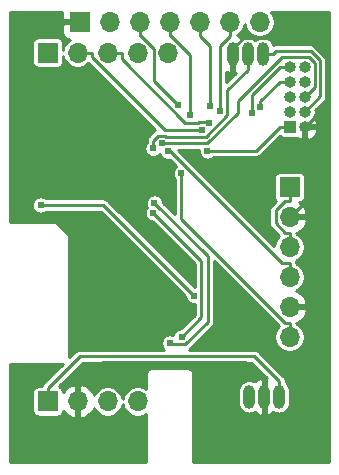
<source format=gbl>
G04 #@! TF.GenerationSoftware,KiCad,Pcbnew,(5.1.5-0-10_14)*
G04 #@! TF.CreationDate,2020-10-11T20:42:09+09:00*
G04 #@! TF.ProjectId,EnvMon,456e764d-6f6e-42e6-9b69-6361645f7063,2.0*
G04 #@! TF.SameCoordinates,Original*
G04 #@! TF.FileFunction,Copper,L2,Bot*
G04 #@! TF.FilePolarity,Positive*
%FSLAX46Y46*%
G04 Gerber Fmt 4.6, Leading zero omitted, Abs format (unit mm)*
G04 Created by KiCad (PCBNEW (5.1.5-0-10_14)) date 2020-10-11 20:42:09*
%MOMM*%
%LPD*%
G04 APERTURE LIST*
%ADD10O,1.700000X1.700000*%
%ADD11R,1.700000X1.700000*%
%ADD12O,1.000000X1.000000*%
%ADD13R,1.000000X1.000000*%
%ADD14O,1.000000X2.000000*%
%ADD15C,0.609600*%
%ADD16C,0.254000*%
G04 APERTURE END LIST*
D10*
X10160000Y-27940000D03*
X10160000Y-25400000D03*
X10160000Y-22860000D03*
X10160000Y-20320000D03*
X10160000Y-17780000D03*
D11*
X10160000Y-15240000D03*
D12*
X11430000Y-5080000D03*
X10160000Y-5080000D03*
X11430000Y-6350000D03*
X10160000Y-6350000D03*
X11430000Y-7620000D03*
X10160000Y-7620000D03*
X11430000Y-8890000D03*
X10160000Y-8890000D03*
X11430000Y-10160000D03*
D13*
X10160000Y-10160000D03*
D11*
X-7620000Y-1270000D03*
D10*
X2540000Y-1270000D03*
X5080000Y-1270000D03*
X7620000Y-1270000D03*
X-5080000Y-1270000D03*
X-2540000Y-1270000D03*
X0Y-1270000D03*
D14*
X9270000Y-33000000D03*
X8000000Y-33000000D03*
X6730000Y-33000000D03*
D10*
X-160000Y-3860000D03*
X-2700000Y-3860000D03*
X-5240000Y-3860000D03*
X-7780000Y-3860000D03*
D11*
X-10320000Y-3860000D03*
X-10320000Y-33400000D03*
D10*
X-7780000Y-33400000D03*
X-5240000Y-33400000D03*
X-2700000Y-33400000D03*
D14*
X5360000Y-4000000D03*
X6630000Y-4000000D03*
X7900000Y-4000000D03*
D15*
X4261800Y-8775600D03*
X3404000Y-8400000D03*
X1703200Y-9175800D03*
X746200Y-8329700D03*
X988100Y-14087300D03*
X-137400Y-12236600D03*
X2745300Y-10402000D03*
X3345000Y-9851700D03*
X6992700Y-9014900D03*
X7693600Y-8461100D03*
X-667300Y-11546800D03*
X3203800Y-12185700D03*
X-1389200Y-11976300D03*
X-10900000Y-16775000D03*
X2069100Y-24449600D03*
X-1276000Y-16615100D03*
X32400Y-28463700D03*
X-1365800Y-17445900D03*
X1036800Y-27944700D03*
D16*
X9270000Y-33000000D02*
X9270000Y-31669500D01*
X-10320000Y-32296000D02*
X-7589590Y-29565590D01*
X-10320000Y-33400000D02*
X-10320000Y-32296000D01*
X7166090Y-29565590D02*
X9270000Y-31669500D01*
X-7589590Y-29565590D02*
X7166090Y-29565590D01*
X11430000Y-10160000D02*
X13232300Y-8357700D01*
X13232300Y-8357700D02*
X13232300Y-4354400D01*
X13232300Y-4354400D02*
X11547300Y-2669400D01*
X11547300Y-2669400D02*
X6247200Y-2669400D01*
X6247200Y-2669400D02*
X5360000Y-3556600D01*
X5360000Y-3556600D02*
X5360000Y-4000000D01*
X10160000Y-17780000D02*
X11430000Y-16510000D01*
X11430000Y-16510000D02*
X11430000Y-10160000D01*
X8000000Y-33000000D02*
X8000000Y-31669500D01*
X-7780000Y-32197919D02*
X-5604881Y-30022800D01*
X-7780000Y-33400000D02*
X-7780000Y-32197919D01*
X6353300Y-30022800D02*
X8000000Y-31669500D01*
X-5604881Y-30022800D02*
X6353300Y-30022800D01*
X7900000Y-4000000D02*
X8730500Y-4000000D01*
X11430000Y-8890000D02*
X12746200Y-7573800D01*
X12746200Y-7573800D02*
X12746200Y-4527700D01*
X12746200Y-4527700D02*
X11946800Y-3728300D01*
X11946800Y-3728300D02*
X9002200Y-3728300D01*
X9002200Y-3728300D02*
X8730500Y-4000000D01*
X10160000Y-15240000D02*
X10160000Y-16420500D01*
X10160000Y-20320000D02*
X10160000Y-19139500D01*
X10160000Y-19139500D02*
X9791100Y-19139500D01*
X9791100Y-19139500D02*
X8979500Y-18327900D01*
X8979500Y-18327900D02*
X8979500Y-17232000D01*
X8979500Y-17232000D02*
X9791000Y-16420500D01*
X9791000Y-16420500D02*
X10160000Y-16420500D01*
X5080000Y-2450500D02*
X4261800Y-3268700D01*
X4261800Y-3268700D02*
X4261800Y-8775600D01*
X5080000Y-1270000D02*
X5080000Y-2450500D01*
X2540000Y-1270000D02*
X2540000Y-2450500D01*
X3404000Y-8400000D02*
X3404000Y-3314500D01*
X3404000Y-3314500D02*
X2540000Y-2450500D01*
X0Y-2450500D02*
X122300Y-2450500D01*
X122300Y-2450500D02*
X1703200Y-4031400D01*
X1703200Y-4031400D02*
X1703200Y-9175800D01*
X0Y-1270000D02*
X0Y-2450500D01*
X-2540000Y-2450500D02*
X-2417700Y-2450500D01*
X-2417700Y-2450500D02*
X-1340600Y-3527600D01*
X-1340600Y-3527600D02*
X-1340600Y-6242900D01*
X-1340600Y-6242900D02*
X746200Y-8329700D01*
X-2540000Y-1270000D02*
X-2540000Y-2450500D01*
X988100Y-14087300D02*
X988100Y-17954500D01*
X988100Y-17954500D02*
X9793100Y-26759500D01*
X9793100Y-26759500D02*
X10160000Y-26759500D01*
X10160000Y-27940000D02*
X10160000Y-26759500D01*
X10160000Y-21679500D02*
X9515200Y-21679500D01*
X9515200Y-21679500D02*
X72300Y-12236600D01*
X72300Y-12236600D02*
X-137400Y-12236600D01*
X10160000Y-22860000D02*
X10160000Y-21679500D01*
X-6599500Y-3860000D02*
X-6599500Y-4228900D01*
X-6599500Y-4228900D02*
X-426400Y-10402000D01*
X-426400Y-10402000D02*
X2745300Y-10402000D01*
X-7780000Y-3860000D02*
X-6599500Y-3860000D01*
X-4059500Y-3860000D02*
X-4059500Y-4450300D01*
X-4059500Y-4450300D02*
X1324500Y-9834300D01*
X1324500Y-9834300D02*
X2414700Y-9834300D01*
X2414700Y-9834300D02*
X2483500Y-9765500D01*
X2483500Y-9765500D02*
X3258800Y-9765500D01*
X3258800Y-9765500D02*
X3345000Y-9851700D01*
X-5240000Y-3860000D02*
X-4059500Y-3860000D01*
X9329500Y-5080000D02*
X6992700Y-7416800D01*
X6992700Y-7416800D02*
X6992700Y-9014900D01*
X10160000Y-5080000D02*
X9329500Y-5080000D01*
X9329500Y-6350000D02*
X7693600Y-7985900D01*
X7693600Y-7985900D02*
X7693600Y-8461100D01*
X10160000Y-6350000D02*
X9329500Y-6350000D01*
X-667300Y-11546800D02*
X3210600Y-11546800D01*
X3210600Y-11546800D02*
X5787300Y-8970100D01*
X5787300Y-8970100D02*
X5787300Y-7960200D01*
X5787300Y-7960200D02*
X9498700Y-4248800D01*
X9498700Y-4248800D02*
X11820200Y-4248800D01*
X11820200Y-4248800D02*
X12288600Y-4717200D01*
X12288600Y-4717200D02*
X12288600Y-6761400D01*
X12288600Y-6761400D02*
X11430000Y-7620000D01*
X9329500Y-10160000D02*
X7303800Y-12185700D01*
X7303800Y-12185700D02*
X3203800Y-12185700D01*
X10160000Y-10160000D02*
X9329500Y-10160000D01*
X6630000Y-5330500D02*
X4905400Y-7055100D01*
X4905400Y-7055100D02*
X4905400Y-9190100D01*
X4905400Y-9190100D02*
X3057400Y-11038100D01*
X3057400Y-11038100D02*
X-277500Y-11038100D01*
X-277500Y-11038100D02*
X-404100Y-10911500D01*
X-404100Y-10911500D02*
X-989200Y-10911500D01*
X-989200Y-10911500D02*
X-1389200Y-11311500D01*
X-1389200Y-11311500D02*
X-1389200Y-11976300D01*
X6630000Y-4000000D02*
X6630000Y-5330500D01*
X-10900000Y-16775000D02*
X-5605500Y-16775000D01*
X-5605500Y-16775000D02*
X2069100Y-24449600D01*
X32400Y-28463700D02*
X148700Y-28580000D01*
X148700Y-28580000D02*
X1300000Y-28580000D01*
X1300000Y-28580000D02*
X3216400Y-26663600D01*
X3216400Y-26663600D02*
X3216400Y-21107500D01*
X3216400Y-21107500D02*
X-1276000Y-16615100D01*
X1036800Y-27944700D02*
X2704500Y-26277000D01*
X2704500Y-26277000D02*
X2704500Y-21516200D01*
X2704500Y-21516200D02*
X-1365800Y-17445900D01*
G36*
X13543201Y-38543200D02*
G01*
X1956800Y-38543200D01*
X1956800Y-32454231D01*
X5798200Y-32454231D01*
X5798201Y-33545770D01*
X5811684Y-33682665D01*
X5864965Y-33858310D01*
X5951489Y-34020185D01*
X6067931Y-34162070D01*
X6209816Y-34278512D01*
X6371691Y-34365036D01*
X6547336Y-34418317D01*
X6730000Y-34436308D01*
X6912665Y-34418317D01*
X7088310Y-34365036D01*
X7198622Y-34306073D01*
X7287236Y-34392369D01*
X7475024Y-34514276D01*
X7698126Y-34594119D01*
X7873000Y-34467954D01*
X7873000Y-33127000D01*
X7853000Y-33127000D01*
X7853000Y-32873000D01*
X7873000Y-32873000D01*
X7873000Y-31532046D01*
X7698126Y-31405881D01*
X7475024Y-31485724D01*
X7287236Y-31607631D01*
X7198621Y-31693927D01*
X7088309Y-31634964D01*
X6912664Y-31581683D01*
X6730000Y-31563692D01*
X6547335Y-31581683D01*
X6371690Y-31634964D01*
X6209815Y-31721488D01*
X6067930Y-31837930D01*
X5951488Y-31979816D01*
X5864964Y-32141691D01*
X5811683Y-32317336D01*
X5798200Y-32454231D01*
X1956800Y-32454231D01*
X1956800Y-31022438D01*
X1959010Y-31000000D01*
X1950190Y-30910452D01*
X1924070Y-30824344D01*
X1881653Y-30744988D01*
X1824569Y-30675431D01*
X1755012Y-30618347D01*
X1675656Y-30575930D01*
X1589548Y-30549810D01*
X1522438Y-30543200D01*
X1500000Y-30540990D01*
X1477562Y-30543200D01*
X-1477562Y-30543200D01*
X-1500000Y-30540990D01*
X-1522438Y-30543200D01*
X-1589548Y-30549810D01*
X-1675656Y-30575930D01*
X-1755012Y-30618347D01*
X-1824569Y-30675431D01*
X-1881653Y-30744988D01*
X-1924070Y-30824344D01*
X-1950190Y-30910452D01*
X-1959010Y-31000000D01*
X-1956800Y-31022438D01*
X-1956800Y-32354983D01*
X-2092840Y-32264084D01*
X-2326113Y-32167459D01*
X-2573754Y-32118200D01*
X-2826246Y-32118200D01*
X-3073887Y-32167459D01*
X-3307160Y-32264084D01*
X-3517100Y-32404361D01*
X-3695639Y-32582900D01*
X-3835916Y-32792840D01*
X-3932541Y-33026113D01*
X-3970000Y-33214432D01*
X-4007459Y-33026113D01*
X-4104084Y-32792840D01*
X-4244361Y-32582900D01*
X-4422900Y-32404361D01*
X-4632840Y-32264084D01*
X-4866113Y-32167459D01*
X-5113754Y-32118200D01*
X-5366246Y-32118200D01*
X-5613887Y-32167459D01*
X-5847160Y-32264084D01*
X-6057100Y-32404361D01*
X-6235639Y-32582900D01*
X-6375916Y-32792840D01*
X-6403594Y-32859660D01*
X-6435843Y-32768748D01*
X-6584822Y-32518645D01*
X-6779731Y-32302412D01*
X-7013080Y-32128359D01*
X-7275901Y-32003175D01*
X-7423110Y-31958524D01*
X-7653000Y-32079845D01*
X-7653000Y-33273000D01*
X-7633000Y-33273000D01*
X-7633000Y-33527000D01*
X-7653000Y-33527000D01*
X-7653000Y-34720155D01*
X-7423110Y-34841476D01*
X-7275901Y-34796825D01*
X-7013080Y-34671641D01*
X-6779731Y-34497588D01*
X-6584822Y-34281355D01*
X-6435843Y-34031252D01*
X-6403594Y-33940340D01*
X-6375916Y-34007160D01*
X-6235639Y-34217100D01*
X-6057100Y-34395639D01*
X-5847160Y-34535916D01*
X-5613887Y-34632541D01*
X-5366246Y-34681800D01*
X-5113754Y-34681800D01*
X-4866113Y-34632541D01*
X-4632840Y-34535916D01*
X-4422900Y-34395639D01*
X-4244361Y-34217100D01*
X-4104084Y-34007160D01*
X-4007459Y-33773887D01*
X-3970000Y-33585568D01*
X-3932541Y-33773887D01*
X-3835916Y-34007160D01*
X-3695639Y-34217100D01*
X-3517100Y-34395639D01*
X-3307160Y-34535916D01*
X-3073887Y-34632541D01*
X-2826246Y-34681800D01*
X-2573754Y-34681800D01*
X-2326113Y-34632541D01*
X-2092840Y-34535916D01*
X-1956800Y-34445017D01*
X-1956799Y-38543200D01*
X-13543200Y-38543200D01*
X-13543200Y-30227000D01*
X-9041263Y-30227000D01*
X-10695724Y-31881462D01*
X-10717042Y-31898957D01*
X-10734537Y-31920275D01*
X-10786872Y-31984046D01*
X-10838761Y-32081123D01*
X-10849374Y-32116111D01*
X-11170000Y-32116111D01*
X-11254648Y-32124448D01*
X-11336042Y-32149139D01*
X-11411056Y-32189234D01*
X-11476806Y-32243194D01*
X-11530766Y-32308944D01*
X-11570861Y-32383958D01*
X-11595552Y-32465352D01*
X-11603889Y-32550000D01*
X-11603889Y-34250000D01*
X-11595552Y-34334648D01*
X-11570861Y-34416042D01*
X-11530766Y-34491056D01*
X-11476806Y-34556806D01*
X-11411056Y-34610766D01*
X-11336042Y-34650861D01*
X-11254648Y-34675552D01*
X-11170000Y-34683889D01*
X-9470000Y-34683889D01*
X-9385352Y-34675552D01*
X-9303958Y-34650861D01*
X-9228944Y-34610766D01*
X-9163194Y-34556806D01*
X-9109234Y-34491056D01*
X-9069139Y-34416042D01*
X-9044448Y-34334648D01*
X-9036111Y-34250000D01*
X-9036111Y-34179062D01*
X-8975178Y-34281355D01*
X-8780269Y-34497588D01*
X-8546920Y-34671641D01*
X-8284099Y-34796825D01*
X-8136890Y-34841476D01*
X-7907000Y-34720155D01*
X-7907000Y-33527000D01*
X-7927000Y-33527000D01*
X-7927000Y-33273000D01*
X-7907000Y-33273000D01*
X-7907000Y-32079845D01*
X-8136890Y-31958524D01*
X-8284099Y-32003175D01*
X-8546920Y-32128359D01*
X-8780269Y-32302412D01*
X-8975178Y-32518645D01*
X-9036111Y-32620938D01*
X-9036111Y-32550000D01*
X-9044448Y-32465352D01*
X-9069139Y-32383958D01*
X-9109234Y-32308944D01*
X-9163194Y-32243194D01*
X-9228944Y-32189234D01*
X-9303958Y-32149139D01*
X-9364509Y-32130771D01*
X-7358127Y-30124390D01*
X6934628Y-30124390D01*
X8252058Y-31441821D01*
X8127000Y-31532046D01*
X8127000Y-32873000D01*
X8147000Y-32873000D01*
X8147000Y-33127000D01*
X8127000Y-33127000D01*
X8127000Y-34467954D01*
X8301874Y-34594119D01*
X8524976Y-34514276D01*
X8712764Y-34392369D01*
X8801379Y-34306073D01*
X8911691Y-34365036D01*
X9087336Y-34418317D01*
X9270000Y-34436308D01*
X9452665Y-34418317D01*
X9628310Y-34365036D01*
X9790185Y-34278512D01*
X9932070Y-34162070D01*
X10048512Y-34020185D01*
X10135036Y-33858310D01*
X10188317Y-33682665D01*
X10201800Y-33545770D01*
X10201800Y-32454230D01*
X10188317Y-32317335D01*
X10135036Y-32141690D01*
X10048512Y-31979815D01*
X9932070Y-31837930D01*
X9828800Y-31753179D01*
X9828800Y-31696941D01*
X9831503Y-31669499D01*
X9828800Y-31642056D01*
X9820714Y-31559956D01*
X9788761Y-31454622D01*
X9736873Y-31357546D01*
X9667043Y-31272457D01*
X9645725Y-31254962D01*
X7580633Y-29189871D01*
X7563133Y-29168547D01*
X7478044Y-29098717D01*
X7380968Y-29046829D01*
X7275634Y-29014876D01*
X7193534Y-29006790D01*
X7193532Y-29006790D01*
X7166090Y-29004087D01*
X7138648Y-29006790D01*
X1660796Y-29006790D01*
X1697043Y-28977043D01*
X1714543Y-28955719D01*
X3592125Y-27078138D01*
X3613443Y-27060643D01*
X3642198Y-27025605D01*
X3683273Y-26975555D01*
X3735161Y-26878478D01*
X3760253Y-26795761D01*
X3767114Y-26773144D01*
X3775200Y-26691044D01*
X3775200Y-26691042D01*
X3777903Y-26663600D01*
X3775200Y-26636158D01*
X3775200Y-21531862D01*
X9265300Y-27021962D01*
X9164361Y-27122900D01*
X9024084Y-27332840D01*
X8927459Y-27566113D01*
X8878200Y-27813754D01*
X8878200Y-28066246D01*
X8927459Y-28313887D01*
X9024084Y-28547160D01*
X9164361Y-28757100D01*
X9342900Y-28935639D01*
X9552840Y-29075916D01*
X9786113Y-29172541D01*
X10033754Y-29221800D01*
X10286246Y-29221800D01*
X10533887Y-29172541D01*
X10767160Y-29075916D01*
X10977100Y-28935639D01*
X11155639Y-28757100D01*
X11295916Y-28547160D01*
X11392541Y-28313887D01*
X11441800Y-28066246D01*
X11441800Y-27813754D01*
X11392541Y-27566113D01*
X11295916Y-27332840D01*
X11155639Y-27122900D01*
X10977100Y-26944361D01*
X10767160Y-26804084D01*
X10719074Y-26784166D01*
X10720544Y-26769239D01*
X10791252Y-26744157D01*
X11041355Y-26595178D01*
X11257588Y-26400269D01*
X11431641Y-26166920D01*
X11556825Y-25904099D01*
X11601476Y-25756890D01*
X11480155Y-25527000D01*
X10287000Y-25527000D01*
X10287000Y-25547000D01*
X10033000Y-25547000D01*
X10033000Y-25527000D01*
X10013000Y-25527000D01*
X10013000Y-25273000D01*
X10033000Y-25273000D01*
X10033000Y-25253000D01*
X10287000Y-25253000D01*
X10287000Y-25273000D01*
X11480155Y-25273000D01*
X11601476Y-25043110D01*
X11556825Y-24895901D01*
X11431641Y-24633080D01*
X11257588Y-24399731D01*
X11041355Y-24204822D01*
X10791252Y-24055843D01*
X10700340Y-24023594D01*
X10767160Y-23995916D01*
X10977100Y-23855639D01*
X11155639Y-23677100D01*
X11295916Y-23467160D01*
X11392541Y-23233887D01*
X11441800Y-22986246D01*
X11441800Y-22733754D01*
X11392541Y-22486113D01*
X11295916Y-22252840D01*
X11155639Y-22042900D01*
X10977100Y-21864361D01*
X10767160Y-21724084D01*
X10719074Y-21704166D01*
X10721503Y-21679500D01*
X10710714Y-21569956D01*
X10686282Y-21489417D01*
X10767160Y-21455916D01*
X10977100Y-21315639D01*
X11155639Y-21137100D01*
X11295916Y-20927160D01*
X11392541Y-20693887D01*
X11441800Y-20446246D01*
X11441800Y-20193754D01*
X11392541Y-19946113D01*
X11295916Y-19712840D01*
X11155639Y-19502900D01*
X10977100Y-19324361D01*
X10767160Y-19184084D01*
X10719074Y-19164166D01*
X10720544Y-19149239D01*
X10791252Y-19124157D01*
X11041355Y-18975178D01*
X11257588Y-18780269D01*
X11431641Y-18546920D01*
X11556825Y-18284099D01*
X11601476Y-18136890D01*
X11480155Y-17907000D01*
X10287000Y-17907000D01*
X10287000Y-17927000D01*
X10033000Y-17927000D01*
X10033000Y-17907000D01*
X10013000Y-17907000D01*
X10013000Y-17653000D01*
X10033000Y-17653000D01*
X10033000Y-17633000D01*
X10287000Y-17633000D01*
X10287000Y-17653000D01*
X11480155Y-17653000D01*
X11601476Y-17423110D01*
X11556825Y-17275901D01*
X11431641Y-17013080D01*
X11257588Y-16779731D01*
X11041355Y-16584822D01*
X10939062Y-16523889D01*
X11010000Y-16523889D01*
X11094648Y-16515552D01*
X11176042Y-16490861D01*
X11251056Y-16450766D01*
X11316806Y-16396806D01*
X11370766Y-16331056D01*
X11410861Y-16256042D01*
X11435552Y-16174648D01*
X11443889Y-16090000D01*
X11443889Y-14390000D01*
X11435552Y-14305352D01*
X11410861Y-14223958D01*
X11370766Y-14148944D01*
X11316806Y-14083194D01*
X11251056Y-14029234D01*
X11176042Y-13989139D01*
X11094648Y-13964448D01*
X11010000Y-13956111D01*
X9310000Y-13956111D01*
X9225352Y-13964448D01*
X9143958Y-13989139D01*
X9068944Y-14029234D01*
X9003194Y-14083194D01*
X8949234Y-14148944D01*
X8909139Y-14223958D01*
X8884448Y-14305352D01*
X8876111Y-14390000D01*
X8876111Y-16090000D01*
X8884448Y-16174648D01*
X8909139Y-16256042D01*
X8949234Y-16331056D01*
X9003194Y-16396806D01*
X9014859Y-16406379D01*
X8603776Y-16817462D01*
X8582458Y-16834957D01*
X8564963Y-16856275D01*
X8512628Y-16920046D01*
X8460739Y-17017123D01*
X8428787Y-17122456D01*
X8417997Y-17232000D01*
X8420701Y-17259452D01*
X8420700Y-18300458D01*
X8417997Y-18327900D01*
X8420700Y-18355342D01*
X8420700Y-18355343D01*
X8428786Y-18437443D01*
X8460739Y-18542777D01*
X8512627Y-18639854D01*
X8582457Y-18724943D01*
X8603781Y-18742443D01*
X9264299Y-19402962D01*
X9164361Y-19502900D01*
X9024084Y-19712840D01*
X8927459Y-19946113D01*
X8878200Y-20193754D01*
X8878200Y-20252238D01*
X731562Y-12105600D01*
X2468702Y-12105600D01*
X2467200Y-12113151D01*
X2467200Y-12258249D01*
X2495507Y-12400558D01*
X2551034Y-12534611D01*
X2631645Y-12655255D01*
X2734245Y-12757855D01*
X2854889Y-12838466D01*
X2988942Y-12893993D01*
X3131251Y-12922300D01*
X3276349Y-12922300D01*
X3418658Y-12893993D01*
X3552711Y-12838466D01*
X3673355Y-12757855D01*
X3686710Y-12744500D01*
X7276358Y-12744500D01*
X7303800Y-12747203D01*
X7331242Y-12744500D01*
X7331244Y-12744500D01*
X7413344Y-12736414D01*
X7518678Y-12704461D01*
X7615754Y-12652573D01*
X7700843Y-12582743D01*
X7718343Y-12561419D01*
X9335056Y-10944706D01*
X9353194Y-10966806D01*
X9418944Y-11020766D01*
X9493958Y-11060861D01*
X9575352Y-11085552D01*
X9660000Y-11093889D01*
X10660000Y-11093889D01*
X10744648Y-11085552D01*
X10768689Y-11078259D01*
X10920471Y-11174210D01*
X11128124Y-11254126D01*
X11303000Y-11129129D01*
X11303000Y-10287000D01*
X11557000Y-10287000D01*
X11557000Y-11129129D01*
X11731876Y-11254126D01*
X11939529Y-11174210D01*
X12127601Y-11055318D01*
X12288865Y-10902020D01*
X12417123Y-10720206D01*
X12507446Y-10516864D01*
X12524119Y-10461874D01*
X12397954Y-10287000D01*
X11557000Y-10287000D01*
X11303000Y-10287000D01*
X11283000Y-10287000D01*
X11283000Y-10033000D01*
X11303000Y-10033000D01*
X11303000Y-10013000D01*
X11557000Y-10013000D01*
X11557000Y-10033000D01*
X12397954Y-10033000D01*
X12524119Y-9858126D01*
X12507446Y-9803136D01*
X12417123Y-9599794D01*
X12288865Y-9417980D01*
X12233224Y-9365087D01*
X12255751Y-9331373D01*
X12325992Y-9161796D01*
X12361800Y-8981774D01*
X12361800Y-8798226D01*
X12353544Y-8756719D01*
X13121925Y-7988338D01*
X13143243Y-7970843D01*
X13213073Y-7885754D01*
X13264961Y-7788678D01*
X13296914Y-7683344D01*
X13305000Y-7601244D01*
X13305000Y-7601242D01*
X13307703Y-7573800D01*
X13305000Y-7546358D01*
X13305000Y-4555141D01*
X13307703Y-4527699D01*
X13305000Y-4500256D01*
X13296914Y-4418156D01*
X13264961Y-4312822D01*
X13213073Y-4215746D01*
X13143243Y-4130657D01*
X13121919Y-4113157D01*
X12361343Y-3352581D01*
X12343843Y-3331257D01*
X12258754Y-3261427D01*
X12161678Y-3209539D01*
X12056344Y-3177586D01*
X11974244Y-3169500D01*
X11974242Y-3169500D01*
X11946800Y-3166797D01*
X11919358Y-3169500D01*
X9029642Y-3169500D01*
X9002200Y-3166797D01*
X8974758Y-3169500D01*
X8974756Y-3169500D01*
X8892656Y-3177586D01*
X8787322Y-3209539D01*
X8785855Y-3210323D01*
X8765036Y-3141690D01*
X8678512Y-2979815D01*
X8562070Y-2837930D01*
X8420185Y-2721488D01*
X8258310Y-2634964D01*
X8082665Y-2581683D01*
X7900000Y-2563692D01*
X7717336Y-2581683D01*
X7541691Y-2634964D01*
X7379816Y-2721488D01*
X7265001Y-2815715D01*
X7150185Y-2721488D01*
X6988310Y-2634964D01*
X6812665Y-2581683D01*
X6630000Y-2563692D01*
X6447336Y-2581683D01*
X6271691Y-2634964D01*
X6161379Y-2693927D01*
X6072764Y-2607631D01*
X5884976Y-2485724D01*
X5675485Y-2410752D01*
X5687160Y-2405916D01*
X5897100Y-2265639D01*
X6075639Y-2087100D01*
X6215916Y-1877160D01*
X6312541Y-1643887D01*
X6350000Y-1455568D01*
X6387459Y-1643887D01*
X6484084Y-1877160D01*
X6624361Y-2087100D01*
X6802900Y-2265639D01*
X7012840Y-2405916D01*
X7246113Y-2502541D01*
X7493754Y-2551800D01*
X7746246Y-2551800D01*
X7993887Y-2502541D01*
X8227160Y-2405916D01*
X8437100Y-2265639D01*
X8615639Y-2087100D01*
X8755916Y-1877160D01*
X8852541Y-1643887D01*
X8901800Y-1396246D01*
X8901800Y-1143754D01*
X8852541Y-896113D01*
X8755916Y-662840D01*
X8618245Y-456800D01*
X13543200Y-456800D01*
X13543201Y-38543200D01*
G37*
X13543201Y-38543200D02*
X1956800Y-38543200D01*
X1956800Y-32454231D01*
X5798200Y-32454231D01*
X5798201Y-33545770D01*
X5811684Y-33682665D01*
X5864965Y-33858310D01*
X5951489Y-34020185D01*
X6067931Y-34162070D01*
X6209816Y-34278512D01*
X6371691Y-34365036D01*
X6547336Y-34418317D01*
X6730000Y-34436308D01*
X6912665Y-34418317D01*
X7088310Y-34365036D01*
X7198622Y-34306073D01*
X7287236Y-34392369D01*
X7475024Y-34514276D01*
X7698126Y-34594119D01*
X7873000Y-34467954D01*
X7873000Y-33127000D01*
X7853000Y-33127000D01*
X7853000Y-32873000D01*
X7873000Y-32873000D01*
X7873000Y-31532046D01*
X7698126Y-31405881D01*
X7475024Y-31485724D01*
X7287236Y-31607631D01*
X7198621Y-31693927D01*
X7088309Y-31634964D01*
X6912664Y-31581683D01*
X6730000Y-31563692D01*
X6547335Y-31581683D01*
X6371690Y-31634964D01*
X6209815Y-31721488D01*
X6067930Y-31837930D01*
X5951488Y-31979816D01*
X5864964Y-32141691D01*
X5811683Y-32317336D01*
X5798200Y-32454231D01*
X1956800Y-32454231D01*
X1956800Y-31022438D01*
X1959010Y-31000000D01*
X1950190Y-30910452D01*
X1924070Y-30824344D01*
X1881653Y-30744988D01*
X1824569Y-30675431D01*
X1755012Y-30618347D01*
X1675656Y-30575930D01*
X1589548Y-30549810D01*
X1522438Y-30543200D01*
X1500000Y-30540990D01*
X1477562Y-30543200D01*
X-1477562Y-30543200D01*
X-1500000Y-30540990D01*
X-1522438Y-30543200D01*
X-1589548Y-30549810D01*
X-1675656Y-30575930D01*
X-1755012Y-30618347D01*
X-1824569Y-30675431D01*
X-1881653Y-30744988D01*
X-1924070Y-30824344D01*
X-1950190Y-30910452D01*
X-1959010Y-31000000D01*
X-1956800Y-31022438D01*
X-1956800Y-32354983D01*
X-2092840Y-32264084D01*
X-2326113Y-32167459D01*
X-2573754Y-32118200D01*
X-2826246Y-32118200D01*
X-3073887Y-32167459D01*
X-3307160Y-32264084D01*
X-3517100Y-32404361D01*
X-3695639Y-32582900D01*
X-3835916Y-32792840D01*
X-3932541Y-33026113D01*
X-3970000Y-33214432D01*
X-4007459Y-33026113D01*
X-4104084Y-32792840D01*
X-4244361Y-32582900D01*
X-4422900Y-32404361D01*
X-4632840Y-32264084D01*
X-4866113Y-32167459D01*
X-5113754Y-32118200D01*
X-5366246Y-32118200D01*
X-5613887Y-32167459D01*
X-5847160Y-32264084D01*
X-6057100Y-32404361D01*
X-6235639Y-32582900D01*
X-6375916Y-32792840D01*
X-6403594Y-32859660D01*
X-6435843Y-32768748D01*
X-6584822Y-32518645D01*
X-6779731Y-32302412D01*
X-7013080Y-32128359D01*
X-7275901Y-32003175D01*
X-7423110Y-31958524D01*
X-7653000Y-32079845D01*
X-7653000Y-33273000D01*
X-7633000Y-33273000D01*
X-7633000Y-33527000D01*
X-7653000Y-33527000D01*
X-7653000Y-34720155D01*
X-7423110Y-34841476D01*
X-7275901Y-34796825D01*
X-7013080Y-34671641D01*
X-6779731Y-34497588D01*
X-6584822Y-34281355D01*
X-6435843Y-34031252D01*
X-6403594Y-33940340D01*
X-6375916Y-34007160D01*
X-6235639Y-34217100D01*
X-6057100Y-34395639D01*
X-5847160Y-34535916D01*
X-5613887Y-34632541D01*
X-5366246Y-34681800D01*
X-5113754Y-34681800D01*
X-4866113Y-34632541D01*
X-4632840Y-34535916D01*
X-4422900Y-34395639D01*
X-4244361Y-34217100D01*
X-4104084Y-34007160D01*
X-4007459Y-33773887D01*
X-3970000Y-33585568D01*
X-3932541Y-33773887D01*
X-3835916Y-34007160D01*
X-3695639Y-34217100D01*
X-3517100Y-34395639D01*
X-3307160Y-34535916D01*
X-3073887Y-34632541D01*
X-2826246Y-34681800D01*
X-2573754Y-34681800D01*
X-2326113Y-34632541D01*
X-2092840Y-34535916D01*
X-1956800Y-34445017D01*
X-1956799Y-38543200D01*
X-13543200Y-38543200D01*
X-13543200Y-30227000D01*
X-9041263Y-30227000D01*
X-10695724Y-31881462D01*
X-10717042Y-31898957D01*
X-10734537Y-31920275D01*
X-10786872Y-31984046D01*
X-10838761Y-32081123D01*
X-10849374Y-32116111D01*
X-11170000Y-32116111D01*
X-11254648Y-32124448D01*
X-11336042Y-32149139D01*
X-11411056Y-32189234D01*
X-11476806Y-32243194D01*
X-11530766Y-32308944D01*
X-11570861Y-32383958D01*
X-11595552Y-32465352D01*
X-11603889Y-32550000D01*
X-11603889Y-34250000D01*
X-11595552Y-34334648D01*
X-11570861Y-34416042D01*
X-11530766Y-34491056D01*
X-11476806Y-34556806D01*
X-11411056Y-34610766D01*
X-11336042Y-34650861D01*
X-11254648Y-34675552D01*
X-11170000Y-34683889D01*
X-9470000Y-34683889D01*
X-9385352Y-34675552D01*
X-9303958Y-34650861D01*
X-9228944Y-34610766D01*
X-9163194Y-34556806D01*
X-9109234Y-34491056D01*
X-9069139Y-34416042D01*
X-9044448Y-34334648D01*
X-9036111Y-34250000D01*
X-9036111Y-34179062D01*
X-8975178Y-34281355D01*
X-8780269Y-34497588D01*
X-8546920Y-34671641D01*
X-8284099Y-34796825D01*
X-8136890Y-34841476D01*
X-7907000Y-34720155D01*
X-7907000Y-33527000D01*
X-7927000Y-33527000D01*
X-7927000Y-33273000D01*
X-7907000Y-33273000D01*
X-7907000Y-32079845D01*
X-8136890Y-31958524D01*
X-8284099Y-32003175D01*
X-8546920Y-32128359D01*
X-8780269Y-32302412D01*
X-8975178Y-32518645D01*
X-9036111Y-32620938D01*
X-9036111Y-32550000D01*
X-9044448Y-32465352D01*
X-9069139Y-32383958D01*
X-9109234Y-32308944D01*
X-9163194Y-32243194D01*
X-9228944Y-32189234D01*
X-9303958Y-32149139D01*
X-9364509Y-32130771D01*
X-7358127Y-30124390D01*
X6934628Y-30124390D01*
X8252058Y-31441821D01*
X8127000Y-31532046D01*
X8127000Y-32873000D01*
X8147000Y-32873000D01*
X8147000Y-33127000D01*
X8127000Y-33127000D01*
X8127000Y-34467954D01*
X8301874Y-34594119D01*
X8524976Y-34514276D01*
X8712764Y-34392369D01*
X8801379Y-34306073D01*
X8911691Y-34365036D01*
X9087336Y-34418317D01*
X9270000Y-34436308D01*
X9452665Y-34418317D01*
X9628310Y-34365036D01*
X9790185Y-34278512D01*
X9932070Y-34162070D01*
X10048512Y-34020185D01*
X10135036Y-33858310D01*
X10188317Y-33682665D01*
X10201800Y-33545770D01*
X10201800Y-32454230D01*
X10188317Y-32317335D01*
X10135036Y-32141690D01*
X10048512Y-31979815D01*
X9932070Y-31837930D01*
X9828800Y-31753179D01*
X9828800Y-31696941D01*
X9831503Y-31669499D01*
X9828800Y-31642056D01*
X9820714Y-31559956D01*
X9788761Y-31454622D01*
X9736873Y-31357546D01*
X9667043Y-31272457D01*
X9645725Y-31254962D01*
X7580633Y-29189871D01*
X7563133Y-29168547D01*
X7478044Y-29098717D01*
X7380968Y-29046829D01*
X7275634Y-29014876D01*
X7193534Y-29006790D01*
X7193532Y-29006790D01*
X7166090Y-29004087D01*
X7138648Y-29006790D01*
X1660796Y-29006790D01*
X1697043Y-28977043D01*
X1714543Y-28955719D01*
X3592125Y-27078138D01*
X3613443Y-27060643D01*
X3642198Y-27025605D01*
X3683273Y-26975555D01*
X3735161Y-26878478D01*
X3760253Y-26795761D01*
X3767114Y-26773144D01*
X3775200Y-26691044D01*
X3775200Y-26691042D01*
X3777903Y-26663600D01*
X3775200Y-26636158D01*
X3775200Y-21531862D01*
X9265300Y-27021962D01*
X9164361Y-27122900D01*
X9024084Y-27332840D01*
X8927459Y-27566113D01*
X8878200Y-27813754D01*
X8878200Y-28066246D01*
X8927459Y-28313887D01*
X9024084Y-28547160D01*
X9164361Y-28757100D01*
X9342900Y-28935639D01*
X9552840Y-29075916D01*
X9786113Y-29172541D01*
X10033754Y-29221800D01*
X10286246Y-29221800D01*
X10533887Y-29172541D01*
X10767160Y-29075916D01*
X10977100Y-28935639D01*
X11155639Y-28757100D01*
X11295916Y-28547160D01*
X11392541Y-28313887D01*
X11441800Y-28066246D01*
X11441800Y-27813754D01*
X11392541Y-27566113D01*
X11295916Y-27332840D01*
X11155639Y-27122900D01*
X10977100Y-26944361D01*
X10767160Y-26804084D01*
X10719074Y-26784166D01*
X10720544Y-26769239D01*
X10791252Y-26744157D01*
X11041355Y-26595178D01*
X11257588Y-26400269D01*
X11431641Y-26166920D01*
X11556825Y-25904099D01*
X11601476Y-25756890D01*
X11480155Y-25527000D01*
X10287000Y-25527000D01*
X10287000Y-25547000D01*
X10033000Y-25547000D01*
X10033000Y-25527000D01*
X10013000Y-25527000D01*
X10013000Y-25273000D01*
X10033000Y-25273000D01*
X10033000Y-25253000D01*
X10287000Y-25253000D01*
X10287000Y-25273000D01*
X11480155Y-25273000D01*
X11601476Y-25043110D01*
X11556825Y-24895901D01*
X11431641Y-24633080D01*
X11257588Y-24399731D01*
X11041355Y-24204822D01*
X10791252Y-24055843D01*
X10700340Y-24023594D01*
X10767160Y-23995916D01*
X10977100Y-23855639D01*
X11155639Y-23677100D01*
X11295916Y-23467160D01*
X11392541Y-23233887D01*
X11441800Y-22986246D01*
X11441800Y-22733754D01*
X11392541Y-22486113D01*
X11295916Y-22252840D01*
X11155639Y-22042900D01*
X10977100Y-21864361D01*
X10767160Y-21724084D01*
X10719074Y-21704166D01*
X10721503Y-21679500D01*
X10710714Y-21569956D01*
X10686282Y-21489417D01*
X10767160Y-21455916D01*
X10977100Y-21315639D01*
X11155639Y-21137100D01*
X11295916Y-20927160D01*
X11392541Y-20693887D01*
X11441800Y-20446246D01*
X11441800Y-20193754D01*
X11392541Y-19946113D01*
X11295916Y-19712840D01*
X11155639Y-19502900D01*
X10977100Y-19324361D01*
X10767160Y-19184084D01*
X10719074Y-19164166D01*
X10720544Y-19149239D01*
X10791252Y-19124157D01*
X11041355Y-18975178D01*
X11257588Y-18780269D01*
X11431641Y-18546920D01*
X11556825Y-18284099D01*
X11601476Y-18136890D01*
X11480155Y-17907000D01*
X10287000Y-17907000D01*
X10287000Y-17927000D01*
X10033000Y-17927000D01*
X10033000Y-17907000D01*
X10013000Y-17907000D01*
X10013000Y-17653000D01*
X10033000Y-17653000D01*
X10033000Y-17633000D01*
X10287000Y-17633000D01*
X10287000Y-17653000D01*
X11480155Y-17653000D01*
X11601476Y-17423110D01*
X11556825Y-17275901D01*
X11431641Y-17013080D01*
X11257588Y-16779731D01*
X11041355Y-16584822D01*
X10939062Y-16523889D01*
X11010000Y-16523889D01*
X11094648Y-16515552D01*
X11176042Y-16490861D01*
X11251056Y-16450766D01*
X11316806Y-16396806D01*
X11370766Y-16331056D01*
X11410861Y-16256042D01*
X11435552Y-16174648D01*
X11443889Y-16090000D01*
X11443889Y-14390000D01*
X11435552Y-14305352D01*
X11410861Y-14223958D01*
X11370766Y-14148944D01*
X11316806Y-14083194D01*
X11251056Y-14029234D01*
X11176042Y-13989139D01*
X11094648Y-13964448D01*
X11010000Y-13956111D01*
X9310000Y-13956111D01*
X9225352Y-13964448D01*
X9143958Y-13989139D01*
X9068944Y-14029234D01*
X9003194Y-14083194D01*
X8949234Y-14148944D01*
X8909139Y-14223958D01*
X8884448Y-14305352D01*
X8876111Y-14390000D01*
X8876111Y-16090000D01*
X8884448Y-16174648D01*
X8909139Y-16256042D01*
X8949234Y-16331056D01*
X9003194Y-16396806D01*
X9014859Y-16406379D01*
X8603776Y-16817462D01*
X8582458Y-16834957D01*
X8564963Y-16856275D01*
X8512628Y-16920046D01*
X8460739Y-17017123D01*
X8428787Y-17122456D01*
X8417997Y-17232000D01*
X8420701Y-17259452D01*
X8420700Y-18300458D01*
X8417997Y-18327900D01*
X8420700Y-18355342D01*
X8420700Y-18355343D01*
X8428786Y-18437443D01*
X8460739Y-18542777D01*
X8512627Y-18639854D01*
X8582457Y-18724943D01*
X8603781Y-18742443D01*
X9264299Y-19402962D01*
X9164361Y-19502900D01*
X9024084Y-19712840D01*
X8927459Y-19946113D01*
X8878200Y-20193754D01*
X8878200Y-20252238D01*
X731562Y-12105600D01*
X2468702Y-12105600D01*
X2467200Y-12113151D01*
X2467200Y-12258249D01*
X2495507Y-12400558D01*
X2551034Y-12534611D01*
X2631645Y-12655255D01*
X2734245Y-12757855D01*
X2854889Y-12838466D01*
X2988942Y-12893993D01*
X3131251Y-12922300D01*
X3276349Y-12922300D01*
X3418658Y-12893993D01*
X3552711Y-12838466D01*
X3673355Y-12757855D01*
X3686710Y-12744500D01*
X7276358Y-12744500D01*
X7303800Y-12747203D01*
X7331242Y-12744500D01*
X7331244Y-12744500D01*
X7413344Y-12736414D01*
X7518678Y-12704461D01*
X7615754Y-12652573D01*
X7700843Y-12582743D01*
X7718343Y-12561419D01*
X9335056Y-10944706D01*
X9353194Y-10966806D01*
X9418944Y-11020766D01*
X9493958Y-11060861D01*
X9575352Y-11085552D01*
X9660000Y-11093889D01*
X10660000Y-11093889D01*
X10744648Y-11085552D01*
X10768689Y-11078259D01*
X10920471Y-11174210D01*
X11128124Y-11254126D01*
X11303000Y-11129129D01*
X11303000Y-10287000D01*
X11557000Y-10287000D01*
X11557000Y-11129129D01*
X11731876Y-11254126D01*
X11939529Y-11174210D01*
X12127601Y-11055318D01*
X12288865Y-10902020D01*
X12417123Y-10720206D01*
X12507446Y-10516864D01*
X12524119Y-10461874D01*
X12397954Y-10287000D01*
X11557000Y-10287000D01*
X11303000Y-10287000D01*
X11283000Y-10287000D01*
X11283000Y-10033000D01*
X11303000Y-10033000D01*
X11303000Y-10013000D01*
X11557000Y-10013000D01*
X11557000Y-10033000D01*
X12397954Y-10033000D01*
X12524119Y-9858126D01*
X12507446Y-9803136D01*
X12417123Y-9599794D01*
X12288865Y-9417980D01*
X12233224Y-9365087D01*
X12255751Y-9331373D01*
X12325992Y-9161796D01*
X12361800Y-8981774D01*
X12361800Y-8798226D01*
X12353544Y-8756719D01*
X13121925Y-7988338D01*
X13143243Y-7970843D01*
X13213073Y-7885754D01*
X13264961Y-7788678D01*
X13296914Y-7683344D01*
X13305000Y-7601244D01*
X13305000Y-7601242D01*
X13307703Y-7573800D01*
X13305000Y-7546358D01*
X13305000Y-4555141D01*
X13307703Y-4527699D01*
X13305000Y-4500256D01*
X13296914Y-4418156D01*
X13264961Y-4312822D01*
X13213073Y-4215746D01*
X13143243Y-4130657D01*
X13121919Y-4113157D01*
X12361343Y-3352581D01*
X12343843Y-3331257D01*
X12258754Y-3261427D01*
X12161678Y-3209539D01*
X12056344Y-3177586D01*
X11974244Y-3169500D01*
X11974242Y-3169500D01*
X11946800Y-3166797D01*
X11919358Y-3169500D01*
X9029642Y-3169500D01*
X9002200Y-3166797D01*
X8974758Y-3169500D01*
X8974756Y-3169500D01*
X8892656Y-3177586D01*
X8787322Y-3209539D01*
X8785855Y-3210323D01*
X8765036Y-3141690D01*
X8678512Y-2979815D01*
X8562070Y-2837930D01*
X8420185Y-2721488D01*
X8258310Y-2634964D01*
X8082665Y-2581683D01*
X7900000Y-2563692D01*
X7717336Y-2581683D01*
X7541691Y-2634964D01*
X7379816Y-2721488D01*
X7265001Y-2815715D01*
X7150185Y-2721488D01*
X6988310Y-2634964D01*
X6812665Y-2581683D01*
X6630000Y-2563692D01*
X6447336Y-2581683D01*
X6271691Y-2634964D01*
X6161379Y-2693927D01*
X6072764Y-2607631D01*
X5884976Y-2485724D01*
X5675485Y-2410752D01*
X5687160Y-2405916D01*
X5897100Y-2265639D01*
X6075639Y-2087100D01*
X6215916Y-1877160D01*
X6312541Y-1643887D01*
X6350000Y-1455568D01*
X6387459Y-1643887D01*
X6484084Y-1877160D01*
X6624361Y-2087100D01*
X6802900Y-2265639D01*
X7012840Y-2405916D01*
X7246113Y-2502541D01*
X7493754Y-2551800D01*
X7746246Y-2551800D01*
X7993887Y-2502541D01*
X8227160Y-2405916D01*
X8437100Y-2265639D01*
X8615639Y-2087100D01*
X8755916Y-1877160D01*
X8852541Y-1643887D01*
X8901800Y-1396246D01*
X8901800Y-1143754D01*
X8852541Y-896113D01*
X8755916Y-662840D01*
X8618245Y-456800D01*
X13543200Y-456800D01*
X13543201Y-38543200D01*
G36*
X-9105000Y-984250D02*
G01*
X-8946250Y-1143000D01*
X-7747000Y-1143000D01*
X-7747000Y-1123000D01*
X-7493000Y-1123000D01*
X-7493000Y-1143000D01*
X-7473000Y-1143000D01*
X-7473000Y-1397000D01*
X-7493000Y-1397000D01*
X-7493000Y-1417000D01*
X-7747000Y-1417000D01*
X-7747000Y-1397000D01*
X-8946250Y-1397000D01*
X-9105000Y-1555750D01*
X-9108072Y-2120000D01*
X-9095812Y-2244482D01*
X-9059502Y-2364180D01*
X-9000537Y-2474494D01*
X-8921185Y-2571185D01*
X-8824494Y-2650537D01*
X-8714180Y-2709502D01*
X-8594482Y-2745812D01*
X-8470000Y-2758072D01*
X-8437764Y-2757896D01*
X-8597100Y-2864361D01*
X-8775639Y-3042900D01*
X-8915916Y-3252840D01*
X-9012541Y-3486113D01*
X-9036111Y-3604607D01*
X-9036111Y-3010000D01*
X-9044448Y-2925352D01*
X-9069139Y-2843958D01*
X-9109234Y-2768944D01*
X-9163194Y-2703194D01*
X-9228944Y-2649234D01*
X-9303958Y-2609139D01*
X-9385352Y-2584448D01*
X-9470000Y-2576111D01*
X-11170000Y-2576111D01*
X-11254648Y-2584448D01*
X-11336042Y-2609139D01*
X-11411056Y-2649234D01*
X-11476806Y-2703194D01*
X-11530766Y-2768944D01*
X-11570861Y-2843958D01*
X-11595552Y-2925352D01*
X-11603889Y-3010000D01*
X-11603889Y-4710000D01*
X-11595552Y-4794648D01*
X-11570861Y-4876042D01*
X-11530766Y-4951056D01*
X-11476806Y-5016806D01*
X-11411056Y-5070766D01*
X-11336042Y-5110861D01*
X-11254648Y-5135552D01*
X-11170000Y-5143889D01*
X-9470000Y-5143889D01*
X-9385352Y-5135552D01*
X-9303958Y-5110861D01*
X-9228944Y-5070766D01*
X-9163194Y-5016806D01*
X-9109234Y-4951056D01*
X-9069139Y-4876042D01*
X-9044448Y-4794648D01*
X-9036111Y-4710000D01*
X-9036111Y-4115393D01*
X-9012541Y-4233887D01*
X-8915916Y-4467160D01*
X-8775639Y-4677100D01*
X-8597100Y-4855639D01*
X-8387160Y-4995916D01*
X-8153887Y-5092541D01*
X-7906246Y-5141800D01*
X-7653754Y-5141800D01*
X-7406113Y-5092541D01*
X-7172840Y-4995916D01*
X-6962900Y-4855639D01*
X-6862962Y-4755701D01*
X-1218314Y-10400349D01*
X-1301154Y-10444627D01*
X-1386243Y-10514457D01*
X-1403743Y-10535781D01*
X-1764919Y-10896957D01*
X-1786243Y-10914457D01*
X-1856073Y-10999546D01*
X-1907961Y-11096623D01*
X-1939914Y-11201957D01*
X-1942031Y-11223454D01*
X-1950703Y-11311500D01*
X-1948000Y-11338942D01*
X-1948000Y-11493390D01*
X-1961355Y-11506745D01*
X-2041966Y-11627389D01*
X-2097493Y-11761442D01*
X-2125800Y-11903751D01*
X-2125800Y-12048849D01*
X-2097493Y-12191158D01*
X-2041966Y-12325211D01*
X-1961355Y-12445855D01*
X-1858755Y-12548455D01*
X-1738111Y-12629066D01*
X-1604058Y-12684593D01*
X-1461749Y-12712900D01*
X-1316651Y-12712900D01*
X-1174342Y-12684593D01*
X-1040289Y-12629066D01*
X-919645Y-12548455D01*
X-838943Y-12467753D01*
X-790166Y-12585511D01*
X-709555Y-12706155D01*
X-606955Y-12808755D01*
X-486311Y-12889366D01*
X-352258Y-12944893D01*
X-209949Y-12973200D01*
X-64851Y-12973200D01*
X4786Y-12959348D01*
X543745Y-13498307D01*
X518545Y-13515145D01*
X415945Y-13617745D01*
X335334Y-13738389D01*
X279807Y-13872442D01*
X251500Y-14014751D01*
X251500Y-14159849D01*
X279807Y-14302158D01*
X335334Y-14436211D01*
X415945Y-14556855D01*
X429300Y-14570210D01*
X429301Y-17530139D01*
X-539400Y-16561438D01*
X-539400Y-16542551D01*
X-567707Y-16400242D01*
X-623234Y-16266189D01*
X-703845Y-16145545D01*
X-806445Y-16042945D01*
X-927089Y-15962334D01*
X-1061142Y-15906807D01*
X-1203451Y-15878500D01*
X-1348549Y-15878500D01*
X-1490858Y-15906807D01*
X-1624911Y-15962334D01*
X-1745555Y-16042945D01*
X-1848155Y-16145545D01*
X-1928766Y-16266189D01*
X-1984293Y-16400242D01*
X-2012600Y-16542551D01*
X-2012600Y-16687649D01*
X-1984293Y-16829958D01*
X-1928766Y-16964011D01*
X-1927506Y-16965896D01*
X-1937955Y-16976345D01*
X-2018566Y-17096989D01*
X-2074093Y-17231042D01*
X-2102400Y-17373351D01*
X-2102400Y-17518449D01*
X-2074093Y-17660758D01*
X-2018566Y-17794811D01*
X-1937955Y-17915455D01*
X-1835355Y-18018055D01*
X-1714711Y-18098666D01*
X-1580658Y-18154193D01*
X-1438349Y-18182500D01*
X-1419462Y-18182500D01*
X2145701Y-21747663D01*
X2145701Y-23713806D01*
X2141649Y-23713000D01*
X2122762Y-23713000D01*
X-5190957Y-16399281D01*
X-5208457Y-16377957D01*
X-5293546Y-16308127D01*
X-5390622Y-16256239D01*
X-5495956Y-16224286D01*
X-5578056Y-16216200D01*
X-5578058Y-16216200D01*
X-5605500Y-16213497D01*
X-5632942Y-16216200D01*
X-10417090Y-16216200D01*
X-10430445Y-16202845D01*
X-10551089Y-16122234D01*
X-10685142Y-16066707D01*
X-10827451Y-16038400D01*
X-10972549Y-16038400D01*
X-11114858Y-16066707D01*
X-11248911Y-16122234D01*
X-11369555Y-16202845D01*
X-11472155Y-16305445D01*
X-11552766Y-16426089D01*
X-11608293Y-16560142D01*
X-11636600Y-16702451D01*
X-11636600Y-16847549D01*
X-11608293Y-16989858D01*
X-11552766Y-17123911D01*
X-11472155Y-17244555D01*
X-11369555Y-17347155D01*
X-11248911Y-17427766D01*
X-11114858Y-17483293D01*
X-10972549Y-17511600D01*
X-10827451Y-17511600D01*
X-10685142Y-17483293D01*
X-10551089Y-17427766D01*
X-10430445Y-17347155D01*
X-10417090Y-17333800D01*
X-5836962Y-17333800D01*
X1332500Y-24503262D01*
X1332500Y-24522149D01*
X1360807Y-24664458D01*
X1416334Y-24798511D01*
X1496945Y-24919155D01*
X1599545Y-25021755D01*
X1720189Y-25102366D01*
X1854242Y-25157893D01*
X1996551Y-25186200D01*
X2141649Y-25186200D01*
X2145700Y-25185394D01*
X2145700Y-26045537D01*
X983138Y-27208100D01*
X964251Y-27208100D01*
X821942Y-27236407D01*
X687889Y-27291934D01*
X567245Y-27372545D01*
X464645Y-27475145D01*
X384034Y-27595789D01*
X328507Y-27729842D01*
X317624Y-27784554D01*
X247258Y-27755407D01*
X104949Y-27727100D01*
X-40149Y-27727100D01*
X-182458Y-27755407D01*
X-316511Y-27810934D01*
X-437155Y-27891545D01*
X-539755Y-27994145D01*
X-620366Y-28114789D01*
X-675893Y-28248842D01*
X-704200Y-28391151D01*
X-704200Y-28536249D01*
X-675893Y-28678558D01*
X-620366Y-28812611D01*
X-539755Y-28933255D01*
X-466220Y-29006790D01*
X-7562148Y-29006790D01*
X-7589590Y-29004087D01*
X-7617032Y-29006790D01*
X-7617034Y-29006790D01*
X-7699134Y-29014876D01*
X-7804468Y-29046829D01*
X-7901545Y-29098717D01*
X-7940532Y-29130713D01*
X-7986633Y-29168547D01*
X-8004128Y-29189865D01*
X-8473000Y-29658737D01*
X-8473000Y-19400000D01*
X-8475440Y-19375224D01*
X-8482667Y-19351399D01*
X-8494403Y-19329443D01*
X-8510197Y-19310197D01*
X-9610197Y-18210197D01*
X-9629443Y-18194403D01*
X-9651399Y-18182667D01*
X-9675224Y-18175440D01*
X-9700000Y-18173000D01*
X-13543200Y-18173000D01*
X-13543200Y-456800D01*
X-9107872Y-456800D01*
X-9105000Y-984250D01*
G37*
X-9105000Y-984250D02*
X-8946250Y-1143000D01*
X-7747000Y-1143000D01*
X-7747000Y-1123000D01*
X-7493000Y-1123000D01*
X-7493000Y-1143000D01*
X-7473000Y-1143000D01*
X-7473000Y-1397000D01*
X-7493000Y-1397000D01*
X-7493000Y-1417000D01*
X-7747000Y-1417000D01*
X-7747000Y-1397000D01*
X-8946250Y-1397000D01*
X-9105000Y-1555750D01*
X-9108072Y-2120000D01*
X-9095812Y-2244482D01*
X-9059502Y-2364180D01*
X-9000537Y-2474494D01*
X-8921185Y-2571185D01*
X-8824494Y-2650537D01*
X-8714180Y-2709502D01*
X-8594482Y-2745812D01*
X-8470000Y-2758072D01*
X-8437764Y-2757896D01*
X-8597100Y-2864361D01*
X-8775639Y-3042900D01*
X-8915916Y-3252840D01*
X-9012541Y-3486113D01*
X-9036111Y-3604607D01*
X-9036111Y-3010000D01*
X-9044448Y-2925352D01*
X-9069139Y-2843958D01*
X-9109234Y-2768944D01*
X-9163194Y-2703194D01*
X-9228944Y-2649234D01*
X-9303958Y-2609139D01*
X-9385352Y-2584448D01*
X-9470000Y-2576111D01*
X-11170000Y-2576111D01*
X-11254648Y-2584448D01*
X-11336042Y-2609139D01*
X-11411056Y-2649234D01*
X-11476806Y-2703194D01*
X-11530766Y-2768944D01*
X-11570861Y-2843958D01*
X-11595552Y-2925352D01*
X-11603889Y-3010000D01*
X-11603889Y-4710000D01*
X-11595552Y-4794648D01*
X-11570861Y-4876042D01*
X-11530766Y-4951056D01*
X-11476806Y-5016806D01*
X-11411056Y-5070766D01*
X-11336042Y-5110861D01*
X-11254648Y-5135552D01*
X-11170000Y-5143889D01*
X-9470000Y-5143889D01*
X-9385352Y-5135552D01*
X-9303958Y-5110861D01*
X-9228944Y-5070766D01*
X-9163194Y-5016806D01*
X-9109234Y-4951056D01*
X-9069139Y-4876042D01*
X-9044448Y-4794648D01*
X-9036111Y-4710000D01*
X-9036111Y-4115393D01*
X-9012541Y-4233887D01*
X-8915916Y-4467160D01*
X-8775639Y-4677100D01*
X-8597100Y-4855639D01*
X-8387160Y-4995916D01*
X-8153887Y-5092541D01*
X-7906246Y-5141800D01*
X-7653754Y-5141800D01*
X-7406113Y-5092541D01*
X-7172840Y-4995916D01*
X-6962900Y-4855639D01*
X-6862962Y-4755701D01*
X-1218314Y-10400349D01*
X-1301154Y-10444627D01*
X-1386243Y-10514457D01*
X-1403743Y-10535781D01*
X-1764919Y-10896957D01*
X-1786243Y-10914457D01*
X-1856073Y-10999546D01*
X-1907961Y-11096623D01*
X-1939914Y-11201957D01*
X-1942031Y-11223454D01*
X-1950703Y-11311500D01*
X-1948000Y-11338942D01*
X-1948000Y-11493390D01*
X-1961355Y-11506745D01*
X-2041966Y-11627389D01*
X-2097493Y-11761442D01*
X-2125800Y-11903751D01*
X-2125800Y-12048849D01*
X-2097493Y-12191158D01*
X-2041966Y-12325211D01*
X-1961355Y-12445855D01*
X-1858755Y-12548455D01*
X-1738111Y-12629066D01*
X-1604058Y-12684593D01*
X-1461749Y-12712900D01*
X-1316651Y-12712900D01*
X-1174342Y-12684593D01*
X-1040289Y-12629066D01*
X-919645Y-12548455D01*
X-838943Y-12467753D01*
X-790166Y-12585511D01*
X-709555Y-12706155D01*
X-606955Y-12808755D01*
X-486311Y-12889366D01*
X-352258Y-12944893D01*
X-209949Y-12973200D01*
X-64851Y-12973200D01*
X4786Y-12959348D01*
X543745Y-13498307D01*
X518545Y-13515145D01*
X415945Y-13617745D01*
X335334Y-13738389D01*
X279807Y-13872442D01*
X251500Y-14014751D01*
X251500Y-14159849D01*
X279807Y-14302158D01*
X335334Y-14436211D01*
X415945Y-14556855D01*
X429300Y-14570210D01*
X429301Y-17530139D01*
X-539400Y-16561438D01*
X-539400Y-16542551D01*
X-567707Y-16400242D01*
X-623234Y-16266189D01*
X-703845Y-16145545D01*
X-806445Y-16042945D01*
X-927089Y-15962334D01*
X-1061142Y-15906807D01*
X-1203451Y-15878500D01*
X-1348549Y-15878500D01*
X-1490858Y-15906807D01*
X-1624911Y-15962334D01*
X-1745555Y-16042945D01*
X-1848155Y-16145545D01*
X-1928766Y-16266189D01*
X-1984293Y-16400242D01*
X-2012600Y-16542551D01*
X-2012600Y-16687649D01*
X-1984293Y-16829958D01*
X-1928766Y-16964011D01*
X-1927506Y-16965896D01*
X-1937955Y-16976345D01*
X-2018566Y-17096989D01*
X-2074093Y-17231042D01*
X-2102400Y-17373351D01*
X-2102400Y-17518449D01*
X-2074093Y-17660758D01*
X-2018566Y-17794811D01*
X-1937955Y-17915455D01*
X-1835355Y-18018055D01*
X-1714711Y-18098666D01*
X-1580658Y-18154193D01*
X-1438349Y-18182500D01*
X-1419462Y-18182500D01*
X2145701Y-21747663D01*
X2145701Y-23713806D01*
X2141649Y-23713000D01*
X2122762Y-23713000D01*
X-5190957Y-16399281D01*
X-5208457Y-16377957D01*
X-5293546Y-16308127D01*
X-5390622Y-16256239D01*
X-5495956Y-16224286D01*
X-5578056Y-16216200D01*
X-5578058Y-16216200D01*
X-5605500Y-16213497D01*
X-5632942Y-16216200D01*
X-10417090Y-16216200D01*
X-10430445Y-16202845D01*
X-10551089Y-16122234D01*
X-10685142Y-16066707D01*
X-10827451Y-16038400D01*
X-10972549Y-16038400D01*
X-11114858Y-16066707D01*
X-11248911Y-16122234D01*
X-11369555Y-16202845D01*
X-11472155Y-16305445D01*
X-11552766Y-16426089D01*
X-11608293Y-16560142D01*
X-11636600Y-16702451D01*
X-11636600Y-16847549D01*
X-11608293Y-16989858D01*
X-11552766Y-17123911D01*
X-11472155Y-17244555D01*
X-11369555Y-17347155D01*
X-11248911Y-17427766D01*
X-11114858Y-17483293D01*
X-10972549Y-17511600D01*
X-10827451Y-17511600D01*
X-10685142Y-17483293D01*
X-10551089Y-17427766D01*
X-10430445Y-17347155D01*
X-10417090Y-17333800D01*
X-5836962Y-17333800D01*
X1332500Y-24503262D01*
X1332500Y-24522149D01*
X1360807Y-24664458D01*
X1416334Y-24798511D01*
X1496945Y-24919155D01*
X1599545Y-25021755D01*
X1720189Y-25102366D01*
X1854242Y-25157893D01*
X1996551Y-25186200D01*
X2141649Y-25186200D01*
X2145700Y-25185394D01*
X2145700Y-26045537D01*
X983138Y-27208100D01*
X964251Y-27208100D01*
X821942Y-27236407D01*
X687889Y-27291934D01*
X567245Y-27372545D01*
X464645Y-27475145D01*
X384034Y-27595789D01*
X328507Y-27729842D01*
X317624Y-27784554D01*
X247258Y-27755407D01*
X104949Y-27727100D01*
X-40149Y-27727100D01*
X-182458Y-27755407D01*
X-316511Y-27810934D01*
X-437155Y-27891545D01*
X-539755Y-27994145D01*
X-620366Y-28114789D01*
X-675893Y-28248842D01*
X-704200Y-28391151D01*
X-704200Y-28536249D01*
X-675893Y-28678558D01*
X-620366Y-28812611D01*
X-539755Y-28933255D01*
X-466220Y-29006790D01*
X-7562148Y-29006790D01*
X-7589590Y-29004087D01*
X-7617032Y-29006790D01*
X-7617034Y-29006790D01*
X-7699134Y-29014876D01*
X-7804468Y-29046829D01*
X-7901545Y-29098717D01*
X-7940532Y-29130713D01*
X-7986633Y-29168547D01*
X-8004128Y-29189865D01*
X-8473000Y-29658737D01*
X-8473000Y-19400000D01*
X-8475440Y-19375224D01*
X-8482667Y-19351399D01*
X-8494403Y-19329443D01*
X-8510197Y-19310197D01*
X-9610197Y-18210197D01*
X-9629443Y-18194403D01*
X-9651399Y-18182667D01*
X-9675224Y-18175440D01*
X-9700000Y-18173000D01*
X-13543200Y-18173000D01*
X-13543200Y-456800D01*
X-9107872Y-456800D01*
X-9105000Y-984250D01*
G36*
X5487000Y-3873000D02*
G01*
X5507000Y-3873000D01*
X5507000Y-4127000D01*
X5487000Y-4127000D01*
X5487000Y-5467954D01*
X5612058Y-5558179D01*
X4820600Y-6349638D01*
X4820600Y-5504912D01*
X4835024Y-5514276D01*
X5058126Y-5594119D01*
X5233000Y-5467954D01*
X5233000Y-4127000D01*
X5213000Y-4127000D01*
X5213000Y-3873000D01*
X5233000Y-3873000D01*
X5233000Y-3853000D01*
X5487000Y-3853000D01*
X5487000Y-3873000D01*
G37*
X5487000Y-3873000D02*
X5507000Y-3873000D01*
X5507000Y-4127000D01*
X5487000Y-4127000D01*
X5487000Y-5467954D01*
X5612058Y-5558179D01*
X4820600Y-6349638D01*
X4820600Y-5504912D01*
X4835024Y-5514276D01*
X5058126Y-5594119D01*
X5233000Y-5467954D01*
X5233000Y-4127000D01*
X5213000Y-4127000D01*
X5213000Y-3873000D01*
X5233000Y-3873000D01*
X5233000Y-3853000D01*
X5487000Y-3853000D01*
X5487000Y-3873000D01*
M02*

</source>
